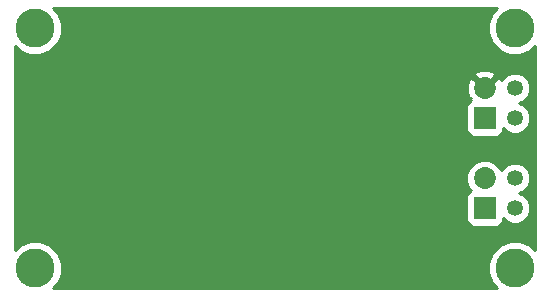
<source format=gbl>
G04 (created by PCBNEW-RS274X (2011-07-19)-testing) date Mon 24 Oct 2011 06:07:59 PM PDT*
G01*
G70*
G90*
%MOIN*%
G04 Gerber Fmt 3.4, Leading zero omitted, Abs format*
%FSLAX34Y34*%
G04 APERTURE LIST*
%ADD10C,0.006000*%
%ADD11C,0.130000*%
%ADD12C,0.073000*%
%ADD13R,0.073000X0.073000*%
%ADD14C,0.053000*%
%ADD15C,0.010000*%
G04 APERTURE END LIST*
G54D10*
G54D11*
X67000Y-21000D03*
X51000Y-21000D03*
X51000Y-29000D03*
X67000Y-29000D03*
G54D12*
X66000Y-26000D03*
G54D13*
X66000Y-27000D03*
G54D14*
X67000Y-27000D03*
X67000Y-26000D03*
G54D12*
X66000Y-23000D03*
G54D13*
X66000Y-24000D03*
G54D14*
X67000Y-24000D03*
X67000Y-23000D03*
G54D10*
G36*
X67675Y-28402D02*
X67515Y-28242D01*
X67515Y-27103D01*
X67515Y-26898D01*
X67437Y-26709D01*
X67292Y-26564D01*
X67138Y-26499D01*
X67291Y-26437D01*
X67436Y-26292D01*
X67515Y-26103D01*
X67515Y-25898D01*
X67515Y-24103D01*
X67515Y-23898D01*
X67437Y-23709D01*
X67292Y-23564D01*
X67138Y-23499D01*
X67291Y-23437D01*
X67436Y-23292D01*
X67515Y-23103D01*
X67515Y-22898D01*
X67437Y-22709D01*
X67292Y-22564D01*
X67103Y-22485D01*
X66898Y-22485D01*
X66709Y-22563D01*
X66564Y-22708D01*
X66550Y-22741D01*
X66525Y-22680D01*
X66424Y-22646D01*
X66354Y-22716D01*
X66354Y-22576D01*
X66320Y-22475D01*
X66095Y-22393D01*
X65856Y-22403D01*
X65680Y-22475D01*
X65646Y-22576D01*
X66000Y-22929D01*
X66354Y-22576D01*
X66354Y-22716D01*
X66071Y-23000D01*
X66000Y-23071D01*
X65929Y-23000D01*
X65894Y-22965D01*
X65576Y-22646D01*
X65475Y-22680D01*
X65393Y-22905D01*
X65403Y-23144D01*
X65475Y-23320D01*
X65522Y-23336D01*
X65487Y-23372D01*
X65525Y-23410D01*
X65494Y-23424D01*
X65424Y-23494D01*
X65386Y-23585D01*
X65386Y-23684D01*
X65386Y-24414D01*
X65424Y-24506D01*
X65494Y-24576D01*
X65585Y-24614D01*
X65684Y-24614D01*
X66414Y-24614D01*
X66506Y-24576D01*
X66576Y-24506D01*
X66614Y-24415D01*
X66614Y-24342D01*
X66708Y-24436D01*
X66897Y-24515D01*
X67102Y-24515D01*
X67291Y-24437D01*
X67436Y-24292D01*
X67515Y-24103D01*
X67515Y-25898D01*
X67437Y-25709D01*
X67292Y-25564D01*
X67103Y-25485D01*
X66898Y-25485D01*
X66709Y-25563D01*
X66564Y-25708D01*
X66554Y-25731D01*
X66521Y-25652D01*
X66349Y-25479D01*
X66123Y-25385D01*
X65878Y-25385D01*
X65652Y-25479D01*
X65479Y-25651D01*
X65385Y-25877D01*
X65385Y-26122D01*
X65479Y-26348D01*
X65536Y-26406D01*
X65494Y-26424D01*
X65424Y-26494D01*
X65386Y-26585D01*
X65386Y-26684D01*
X65386Y-27414D01*
X65424Y-27506D01*
X65494Y-27576D01*
X65585Y-27614D01*
X65684Y-27614D01*
X66414Y-27614D01*
X66506Y-27576D01*
X66576Y-27506D01*
X66614Y-27415D01*
X66614Y-27342D01*
X66708Y-27436D01*
X66897Y-27515D01*
X67102Y-27515D01*
X67291Y-27437D01*
X67436Y-27292D01*
X67515Y-27103D01*
X67515Y-28242D01*
X67511Y-28238D01*
X67180Y-28100D01*
X66822Y-28100D01*
X66491Y-28237D01*
X66238Y-28489D01*
X66100Y-28820D01*
X66100Y-29178D01*
X66237Y-29509D01*
X66402Y-29675D01*
X51597Y-29675D01*
X51762Y-29511D01*
X51900Y-29180D01*
X51900Y-28822D01*
X51763Y-28491D01*
X51511Y-28238D01*
X51180Y-28100D01*
X50822Y-28100D01*
X50491Y-28237D01*
X50325Y-28402D01*
X50325Y-21597D01*
X50489Y-21762D01*
X50820Y-21900D01*
X51178Y-21900D01*
X51509Y-21763D01*
X51762Y-21511D01*
X51900Y-21180D01*
X51900Y-20822D01*
X51763Y-20491D01*
X51597Y-20325D01*
X66402Y-20325D01*
X66238Y-20489D01*
X66100Y-20820D01*
X66100Y-21178D01*
X66237Y-21509D01*
X66489Y-21762D01*
X66820Y-21900D01*
X67178Y-21900D01*
X67509Y-21763D01*
X67675Y-21597D01*
X67675Y-28402D01*
X67675Y-28402D01*
G37*
G54D15*
X67675Y-28402D02*
X67515Y-28242D01*
X67515Y-27103D01*
X67515Y-26898D01*
X67437Y-26709D01*
X67292Y-26564D01*
X67138Y-26499D01*
X67291Y-26437D01*
X67436Y-26292D01*
X67515Y-26103D01*
X67515Y-25898D01*
X67515Y-24103D01*
X67515Y-23898D01*
X67437Y-23709D01*
X67292Y-23564D01*
X67138Y-23499D01*
X67291Y-23437D01*
X67436Y-23292D01*
X67515Y-23103D01*
X67515Y-22898D01*
X67437Y-22709D01*
X67292Y-22564D01*
X67103Y-22485D01*
X66898Y-22485D01*
X66709Y-22563D01*
X66564Y-22708D01*
X66550Y-22741D01*
X66525Y-22680D01*
X66424Y-22646D01*
X66354Y-22716D01*
X66354Y-22576D01*
X66320Y-22475D01*
X66095Y-22393D01*
X65856Y-22403D01*
X65680Y-22475D01*
X65646Y-22576D01*
X66000Y-22929D01*
X66354Y-22576D01*
X66354Y-22716D01*
X66071Y-23000D01*
X66000Y-23071D01*
X65929Y-23000D01*
X65894Y-22965D01*
X65576Y-22646D01*
X65475Y-22680D01*
X65393Y-22905D01*
X65403Y-23144D01*
X65475Y-23320D01*
X65522Y-23336D01*
X65487Y-23372D01*
X65525Y-23410D01*
X65494Y-23424D01*
X65424Y-23494D01*
X65386Y-23585D01*
X65386Y-23684D01*
X65386Y-24414D01*
X65424Y-24506D01*
X65494Y-24576D01*
X65585Y-24614D01*
X65684Y-24614D01*
X66414Y-24614D01*
X66506Y-24576D01*
X66576Y-24506D01*
X66614Y-24415D01*
X66614Y-24342D01*
X66708Y-24436D01*
X66897Y-24515D01*
X67102Y-24515D01*
X67291Y-24437D01*
X67436Y-24292D01*
X67515Y-24103D01*
X67515Y-25898D01*
X67437Y-25709D01*
X67292Y-25564D01*
X67103Y-25485D01*
X66898Y-25485D01*
X66709Y-25563D01*
X66564Y-25708D01*
X66554Y-25731D01*
X66521Y-25652D01*
X66349Y-25479D01*
X66123Y-25385D01*
X65878Y-25385D01*
X65652Y-25479D01*
X65479Y-25651D01*
X65385Y-25877D01*
X65385Y-26122D01*
X65479Y-26348D01*
X65536Y-26406D01*
X65494Y-26424D01*
X65424Y-26494D01*
X65386Y-26585D01*
X65386Y-26684D01*
X65386Y-27414D01*
X65424Y-27506D01*
X65494Y-27576D01*
X65585Y-27614D01*
X65684Y-27614D01*
X66414Y-27614D01*
X66506Y-27576D01*
X66576Y-27506D01*
X66614Y-27415D01*
X66614Y-27342D01*
X66708Y-27436D01*
X66897Y-27515D01*
X67102Y-27515D01*
X67291Y-27437D01*
X67436Y-27292D01*
X67515Y-27103D01*
X67515Y-28242D01*
X67511Y-28238D01*
X67180Y-28100D01*
X66822Y-28100D01*
X66491Y-28237D01*
X66238Y-28489D01*
X66100Y-28820D01*
X66100Y-29178D01*
X66237Y-29509D01*
X66402Y-29675D01*
X51597Y-29675D01*
X51762Y-29511D01*
X51900Y-29180D01*
X51900Y-28822D01*
X51763Y-28491D01*
X51511Y-28238D01*
X51180Y-28100D01*
X50822Y-28100D01*
X50491Y-28237D01*
X50325Y-28402D01*
X50325Y-21597D01*
X50489Y-21762D01*
X50820Y-21900D01*
X51178Y-21900D01*
X51509Y-21763D01*
X51762Y-21511D01*
X51900Y-21180D01*
X51900Y-20822D01*
X51763Y-20491D01*
X51597Y-20325D01*
X66402Y-20325D01*
X66238Y-20489D01*
X66100Y-20820D01*
X66100Y-21178D01*
X66237Y-21509D01*
X66489Y-21762D01*
X66820Y-21900D01*
X67178Y-21900D01*
X67509Y-21763D01*
X67675Y-21597D01*
X67675Y-28402D01*
M02*

</source>
